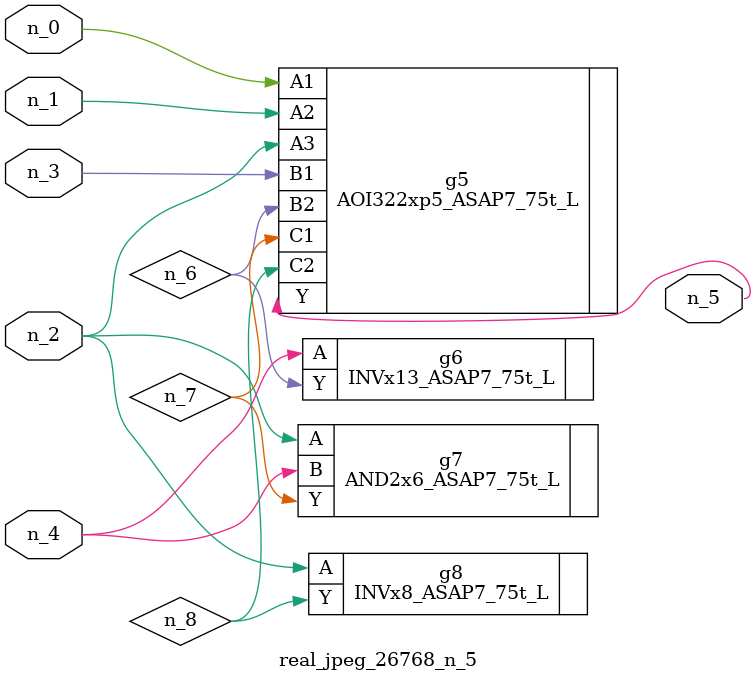
<source format=v>
module real_jpeg_26768_n_5 (n_4, n_0, n_1, n_2, n_3, n_5);

input n_4;
input n_0;
input n_1;
input n_2;
input n_3;

output n_5;

wire n_8;
wire n_6;
wire n_7;

AOI322xp5_ASAP7_75t_L g5 ( 
.A1(n_0),
.A2(n_1),
.A3(n_2),
.B1(n_3),
.B2(n_6),
.C1(n_7),
.C2(n_8),
.Y(n_5)
);

AND2x6_ASAP7_75t_L g7 ( 
.A(n_2),
.B(n_4),
.Y(n_7)
);

INVx8_ASAP7_75t_L g8 ( 
.A(n_2),
.Y(n_8)
);

INVx13_ASAP7_75t_L g6 ( 
.A(n_4),
.Y(n_6)
);


endmodule
</source>
